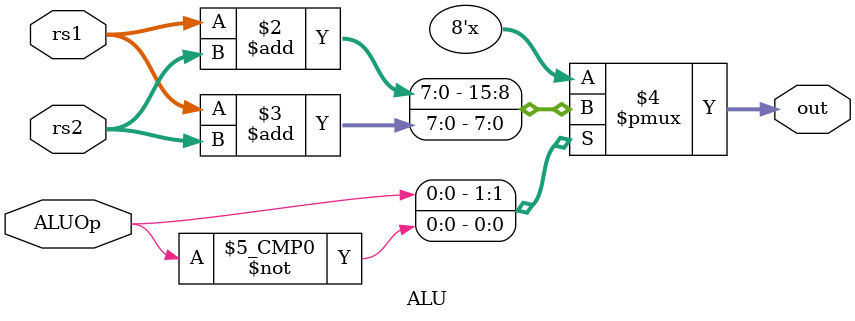
<source format=v>
`timescale 1ns / 1ps
module ALU(
	input [7:0] rs1,
	input [7:0] rs2,
	input ALUOp,
	output reg[7:0] out
    );
	 
	 always@(rs1, rs2, ALUOp)
	 begin
		case(ALUOp)
			1'b1: out = rs1 + rs2;
			1'b0: out = rs1 + rs2;
		endcase
	 end
endmodule

</source>
